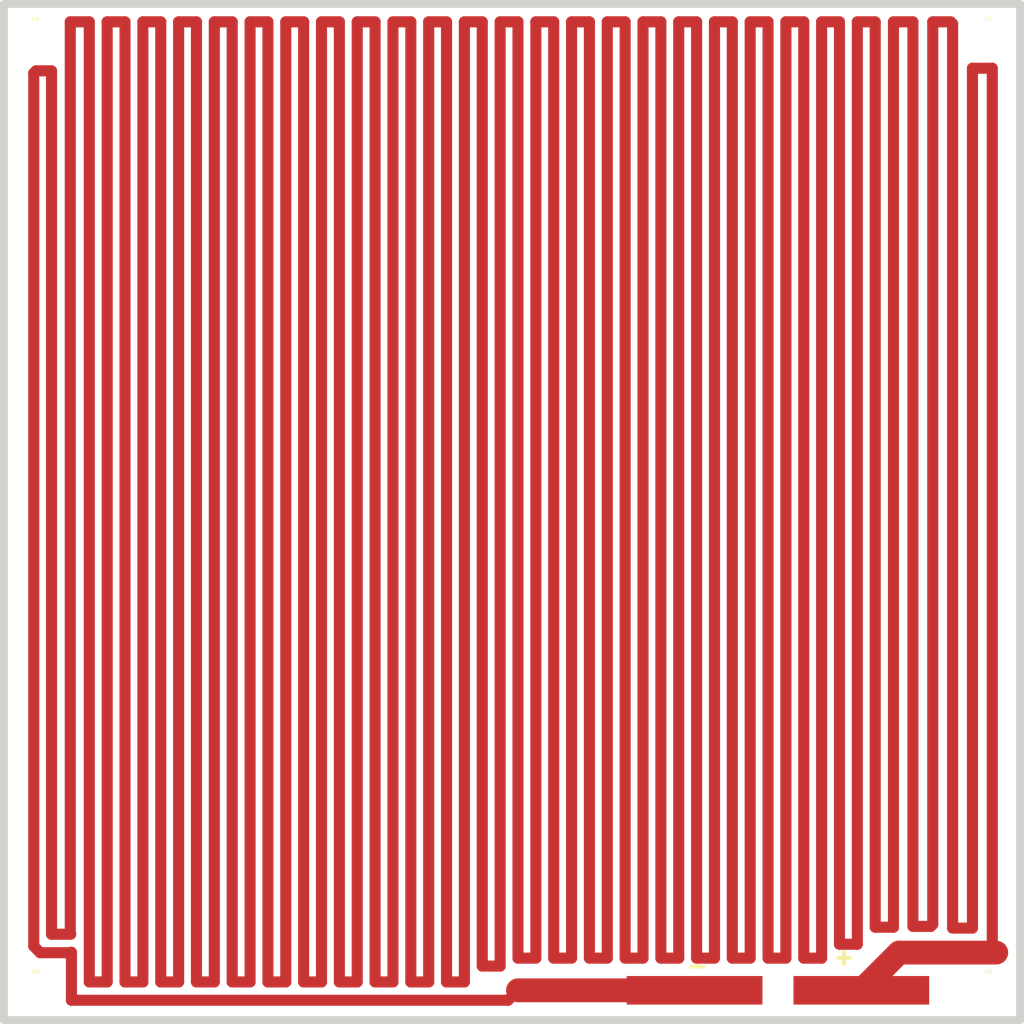
<source format=kicad_pcb>
(kicad_pcb (version 20240108) (generator "pcbnew") (generator_version "8.0")
  (layers (0 "F.Cu" signal) (31 "B.Cu" signal) (34 "B.Paste" user) (35 "F.Paste" user) (36 "B.SilkS" user "B.Silkscreen") (37 "F.SilkS" user "F.Silkscreen") (38 "B.Mask" user) (39 "F.Mask" user) (44 "Edge.Cuts" user))
  (net 0 "")
  (footprint "MountingHole:MountingHole_3.2mm_M3" (layer "F.Cu") (at 248 248)
    (property "Reference" "H2" (at 0 -4.2 0) (layer "F.SilkS"))
    (property "Value" "MountingHole")
    (pad "" np_thru_hole circle (at 0 0) (size 3.2 3.2) (drill 3.2) (layers "*.Cu" "*.Mask"))
  )
  (footprint "MountingHole:MountingHole_3.2mm_M3" (layer "F.Cu") (at 248 8)
    (property "Reference" "H1" (at 0 -4.2 0) (layer "F.SilkS"))
    (property "Value" "MountingHole")
    (pad "" np_thru_hole circle (at 0 0) (size 3.2 3.2) (drill 3.2) (layers "*.Cu" "*.Mask"))
  )
  (footprint "MountingHole:MountingHole_3.2mm_M3" (layer "F.Cu") (at 8 248)
    (property "Reference" "H3" (at 0 -4.2 0) (layer "F.SilkS"))
    (property "Value" "MountingHole")
    (pad "" np_thru_hole circle (at 0 0) (size 3.2 3.2) (drill 3.2) (layers "*.Cu" "*.Mask"))
  )
  (footprint "MountingHole:MountingHole_3.2mm_M3" (layer "F.Cu") (at 8 8)
    (property "Reference" "H4" (at 0 -4.2 0) (layer "F.SilkS"))
    (property "Value" "MountingHole")
    (pad "" np_thru_hole circle (at 0 0) (size 3.2 3.2) (drill 3.2) (layers "*.Cu" "*.Mask"))
  )
  (gr_rect (start 157 245) (end 191 252) (stroke (width 0.2)) (fill solid) (layer "F.Cu"))
  (gr_rect (start 199 245) (end 233 252) (stroke (width 0.2)) (fill solid) (layer "F.Cu"))
  (gr_line (start 256 0) (end 256 256) (stroke (width 2)) (layer "Edge.Cuts"))
  (gr_line (start 0 0) (end 256 0) (stroke (width 2)) (layer "Edge.Cuts"))
  (gr_line (start 256 256) (end 0 256) (stroke (width 2)) (layer "Edge.Cuts"))
  (gr_line (start 0 256) (end 0 0) (stroke (width 2)) (layer "Edge.Cuts"))
  (gr_text "-\n\n" (at 171.5 251 0) (layer "F.SilkS") (effects (font (size 4 4) (thickness 1) (bold yes)) (justify left bottom)))
  (gr_text "+\n" (at 208.5 242.395 0) (layer "F.SilkS") (effects (font (size 4 4) (thickness 1) (bold yes)) (justify left bottom)))
  (segment (start 53 4.5) (end 53 246.395) (width 2.8) (layer "F.Cu") (net 0))
  (segment (start 210.5 236.895) (end 210.5 4.5) (width 2.8) (layer "F.Cu") (net 0))
  (segment (start 21.5 4.5) (end 16.71 4.5) (width 2.8) (layer "F.Cu") (net 0))
  (segment (start 89 246.395) (end 84.5 246.395) (width 2.8) (layer "F.Cu") (net 0))
  (segment (start 71 4.5) (end 71 246.395) (width 2.8) (layer "F.Cu") (net 0))
  (segment (start 138.5 4.5) (end 134 4.5) (width 2.8) (layer "F.Cu") (net 0))
  (segment (start 116 246.395) (end 111.5 246.395) (width 2.8) (layer "F.Cu") (net 0))
  (segment (start 35 246.395) (end 30.5 246.395) (width 2.8) (layer "F.Cu") (net 0))
  (segment (start 206 240.395) (end 201.5 240.395) (width 2.8) (layer "F.Cu") (net 0))
  (segment (start 183.5 4.5) (end 179 4.5) (width 2.8) (layer "F.Cu") (net 0))
  (segment (start 143 240.395) (end 138.5 240.395) (width 2.8) (layer "F.Cu") (net 0))
  (segment (start 219.5 4.5) (end 215 4.5) (width 2.8) (layer "F.Cu") (net 0))
  (segment (start 125 4.5) (end 125 242.395) (width 2.8) (layer "F.Cu") (net 0))
  (segment (start 62 4.5) (end 62 246.395) (width 2.8) (layer "F.Cu") (net 0))
  (segment (start 219.63 232.475) (end 219.5 232.605) (width 1.5) (layer "F.Cu") (net 0))
  (segment (start 7.5 237.395) (end 9.125 239.02) (width 2.8) (layer "F.Cu") (net 0))
  (segment (start 170 240.395) (end 165.5 240.395) (width 2.8) (layer "F.Cu") (net 0))
  (segment (start 197 240.395) (end 192.5 240.395) (width 2.8) (layer "F.Cu") (net 0))
  (segment (start 239 232.825) (end 244 232.825) (width 2.8) (layer "F.Cu") (net 0))
  (segment (start 44 246.395) (end 39.5 246.395) (width 2.8) (layer "F.Cu") (net 0))
  (segment (start 224.1 232.605) (end 224.1 4.5) (width 2.8) (layer "F.Cu") (net 0))
  (segment (start 11.98 234.375) (end 11.98 16.845) (width 2.8) (layer "F.Cu") (net 0))
  (segment (start 219.5 232.605) (end 219.5 4.5) (width 2.8) (layer "F.Cu") (net 0))
  (segment (start 16.82 234.375) (end 11.98 234.375) (width 2.8) (layer "F.Cu") (net 0))
  (segment (start 210.5 4.5) (end 206 4.5) (width 2.8) (layer "F.Cu") (net 0))
  (segment (start 129.5 4.5) (end 125 4.5) (width 2.8) (layer "F.Cu") (net 0))
  (segment (start 215 4.5) (end 215 236.895) (width 2.8) (layer "F.Cu") (net 0))
  (segment (start 93.5 246.395) (end 93.5 4.5) (width 2.8) (layer "F.Cu") (net 0))
  (segment (start 197 4.5) (end 197 240.395) (width 2.8) (layer "F.Cu") (net 0))
  (segment (start 201.5 4.5) (end 197 4.5) (width 2.8) (layer "F.Cu") (net 0))
  (segment (start 238.5 4.5) (end 239 5) (width 2.8) (layer "F.Cu") (net 0))
  (segment (start 111.5 4.5) (end 107 4.5) (width 2.8) (layer "F.Cu") (net 0))
  (segment (start 7.5 17.415) (end 7.5 237.395) (width 2.8) (layer "F.Cu") (net 0))
  (segment (start 188 240.395) (end 183.5 240.395) (width 2.8) (layer "F.Cu") (net 0))
  (segment (start 48.5 4.5) (end 44 4.5) (width 2.8) (layer "F.Cu") (net 0))
  (segment (start 48.5 246.395) (end 48.5 4.5) (width 2.8) (layer "F.Cu") (net 0))
  (segment (start 44 4.5) (end 44 246.395) (width 2.8) (layer "F.Cu") (net 0))
  (segment (start 174.5 240.395) (end 174.5 4.5) (width 2.8) (layer "F.Cu") (net 0))
  (segment (start 26 4.5) (end 26 246.395) (width 2.8) (layer "F.Cu") (net 0))
  (segment (start 75.5 4.5) (end 71 4.5) (width 2.8) (layer "F.Cu") (net 0))
  (segment (start 134 240.395) (end 129.5 240.395) (width 2.8) (layer "F.Cu") (net 0))
  (segment (start 192.5 4.5) (end 188 4.5) (width 2.8) (layer "F.Cu") (net 0))
  (segment (start 120.5 242.395) (end 120.5 4.5) (width 2.8) (layer "F.Cu") (net 0))
  (segment (start 126.995 251.005) (end 129.5 248.5) (width 2.8) (layer "F.Cu") (net 0))
  (segment (start 206 4.5) (end 206 240.395) (width 2.8) (layer "F.Cu") (net 0))
  (segment (start 183.5 240.395) (end 183.5 4.5) (width 2.8) (layer "F.Cu") (net 0))
  (segment (start 234 4.5) (end 238.5 4.5) (width 2.8) (layer "F.Cu") (net 0))
  (segment (start 17 238.895) (end 17 251.005) (width 2.8) (layer "F.Cu") (net 0))
  (segment (start 84.5 246.395) (end 84.5 4.5) (width 2.8) (layer "F.Cu") (net 0))
  (segment (start 30.5 246.395) (end 30.5 4.5) (width 2.8) (layer "F.Cu") (net 0))
  (segment (start 57.5 4.5) (end 53 4.5) (width 2.8) (layer "F.Cu") (net 0))
  (segment (start 224.1 4.5) (end 229 4.5) (width 2.8) (layer "F.Cu") (net 0))
  (segment (start 216 248.5) (end 225.5 239) (width 6) (layer "F.Cu") (net 0))
  (segment (start 244 232.825) (end 244 16.195) (width 2.8) (layer "F.Cu") (net 0))
  (segment (start 11.98 16.845) (end 8.07 16.845) (width 2.8) (layer "F.Cu") (net 0))
  (segment (start 35 4.5) (end 35 246.395) (width 2.8) (layer "F.Cu") (net 0))
  (segment (start 9.125 239.02) (end 16.875 239.02) (width 2.8) (layer "F.Cu") (net 0))
  (segment (start 62 246.395) (end 57.5 246.395) (width 2.8) (layer "F.Cu") (net 0))
  (segment (start 147.5 4.5) (end 143 4.5) (width 2.8) (layer "F.Cu") (net 0))
  (segment (start 66.5 4.5) (end 62 4.5) (width 2.8) (layer "F.Cu") (net 0))
  (segment (start 147.5 240.395) (end 147.5 4.5) (width 2.8) (layer "F.Cu") (net 0))
  (segment (start 244 16.195) (end 249 16.195) (width 2.8) (layer "F.Cu") (net 0))
  (segment (start 107 246.395) (end 102.5 246.395) (width 2.8) (layer "F.Cu") (net 0))
  (segment (start 111.5 246.395) (end 111.5 4.5) (width 2.8) (layer "F.Cu") (net 0))
  (segment (start 215 236.895) (end 210.5 236.895) (width 2.8) (layer "F.Cu") (net 0))
  (segment (start 17 251.005) (end 126.995 251.005) (width 2.8) (layer "F.Cu") (net 0))
  (segment (start 165.5 4.5) (end 161 4.5) (width 2.8) (layer "F.Cu") (net 0))
  (segment (start 8.07 16.845) (end 7.5 17.415) (width 2.8) (layer "F.Cu") (net 0))
  (segment (start 75.5 246.395) (end 75.5 4.5) (width 2.8) (layer "F.Cu") (net 0))
  (segment (start 116 4.5) (end 116 246.395) (width 2.8) (layer "F.Cu") (net 0))
  (segment (start 125 242.395) (end 120.5 242.395) (width 2.8) (layer "F.Cu") (net 0))
  (segment (start 233.5 232.395) (end 234 231.895) (width 2.8) (layer "F.Cu") (net 0))
  (segment (start 102.5 4.5) (end 98 4.5) (width 2.8) (layer "F.Cu") (net 0))
  (segment (start 201.5 240.395) (end 201.5 4.5) (width 2.8) (layer "F.Cu") (net 0))
  (segment (start 234 231.895) (end 234 4.5) (width 2.8) (layer "F.Cu") (net 0))
  (segment (start 30.5 4.5) (end 26 4.5) (width 2.8) (layer "F.Cu") (net 0))
  (segment (start 156.5 4.5) (end 152 4.5) (width 2.8) (layer "F.Cu") (net 0))
  (segment (start 102.5 246.395) (end 102.5 4.5) (width 2.8) (layer "F.Cu") (net 0))
  (segment (start 134 4.5) (end 134 240.395) (width 2.8) (layer "F.Cu") (net 0))
  (segment (start 80 246.395) (end 75.5 246.395) (width 2.8) (layer "F.Cu") (net 0))
  (segment (start 161 4.5) (end 161 240.395) (width 2.8) (layer "F.Cu") (net 0))
  (segment (start 156.5 240.395) (end 156.5 4.5) (width 2.8) (layer "F.Cu") (net 0))
  (segment (start 129.5 240.395) (end 129.5 4.5) (width 2.8) (layer "F.Cu") (net 0))
  (segment (start 57.5 246.395) (end 57.5 4.5) (width 2.8) (layer "F.Cu") (net 0))
  (segment (start 66.5 246.395) (end 66.5 4.5) (width 2.8) (layer "F.Cu") (net 0))
  (segment (start 120.5 4.5) (end 116 4.5) (width 2.8) (layer "F.Cu") (net 0))
  (segment (start 53 246.395) (end 48.5 246.395) (width 2.8) (layer "F.Cu") (net 0))
  (segment (start 152 4.5) (end 152 240.395) (width 2.8) (layer "F.Cu") (net 0))
  (segment (start 143 4.5) (end 143 240.395) (width 2.8) (layer "F.Cu") (net 0))
  (segment (start 71 246.395) (end 66.5 246.395) (width 2.8) (layer "F.Cu") (net 0))
  (segment (start 174.5 4.5) (end 170 4.5) (width 2.8) (layer "F.Cu") (net 0))
  (segment (start 80 4.5) (end 80 246.395) (width 2.8) (layer "F.Cu") (net 0))
  (segment (start 239 5) (end 239 232.825) (width 2.8) (layer "F.Cu") (net 0))
  (segment (start 192.5 240.395) (end 192.5 4.5) (width 2.8) (layer "F.Cu") (net 0))
  (segment (start 26 246.395) (end 21.5 246.395) (width 2.8) (layer "F.Cu") (net 0))
  (segment (start 89 4.5) (end 89 246.395) (width 2.8) (layer "F.Cu") (net 0))
  (segment (start 170 4.5) (end 170 240.395) (width 2.8) (layer "F.Cu") (net 0))
  (segment (start 225.5 239) (end 250 239) (width 6) (layer "F.Cu") (net 0))
  (segment (start 93.5 4.5) (end 89 4.5) (width 2.8) (layer "F.Cu") (net 0))
  (segment (start 249 238.575) (end 248.575 239) (width 2.8) (layer "F.Cu") (net 0))
  (segment (start 179 4.5) (end 179 240.395) (width 2.8) (layer "F.Cu") (net 0))
  (segment (start 179 240.395) (end 174.5 240.395) (width 2.8) (layer "F.Cu") (net 0))
  (segment (start 229 4.5) (end 229 232.395) (width 2.8) (layer "F.Cu") (net 0))
  (segment (start 98 4.5) (end 98 246.395) (width 2.8) (layer "F.Cu") (net 0))
  (segment (start 107 4.5) (end 107 246.395) (width 2.8) (layer "F.Cu") (net 0))
  (segment (start 84.5 4.5) (end 80 4.5) (width 2.8) (layer "F.Cu") (net 0))
  (segment (start 152 240.395) (end 147.5 240.395) (width 2.8) (layer "F.Cu") (net 0))
  (segment (start 21.5 246.395) (end 21.5 4.5) (width 2.8) (layer "F.Cu") (net 0))
  (segment (start 161 240.395) (end 156.5 240.395) (width 2.8) (layer "F.Cu") (net 0))
  (segment (start 165.5 240.395) (end 165.5 4.5) (width 2.8) (layer "F.Cu") (net 0))
  (segment (start 219.5 232.605) (end 224.1 232.605) (width 2.8) (layer "F.Cu") (net 0))
  (segment (start 188 4.5) (end 188 240.395) (width 2.8) (layer "F.Cu") (net 0))
  (segment (start 229 232.395) (end 233.5 232.395) (width 2.8) (layer "F.Cu") (net 0))
  (segment (start 39.5 246.395) (end 39.5 4.5) (width 2.8) (layer "F.Cu") (net 0))
  (segment (start 138.5 240.395) (end 138.5 4.5) (width 2.8) (layer "F.Cu") (net 0))
  (segment (start 16.71 4.5) (end 16.71 234.265) (width 2.8) (layer "F.Cu") (net 0))
  (segment (start 39.5 4.5) (end 35 4.5) (width 2.8) (layer "F.Cu") (net 0))
  (segment (start 98 246.395) (end 93.5 246.395) (width 2.8) (layer "F.Cu") (net 0))
  (segment (start 249 16.195) (end 249 238.575) (width 2.8) (layer "F.Cu") (net 0))
  (segment (start 174 248.5) (end 129.5 248.5) (width 6) (layer "F.Cu") (net 0))
)
</source>
